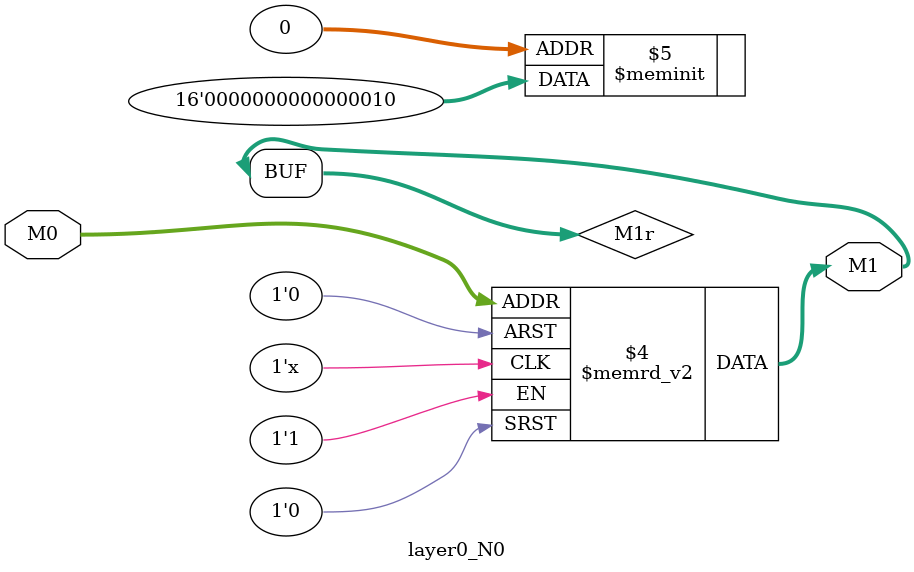
<source format=v>
module layer0_N0 ( input [2:0] M0, output [1:0] M1 );

	(*rom_style = "distributed" *) reg [1:0] M1r;
	assign M1 = M1r;
	always @ (M0) begin
		case (M0)
			3'b000: M1r = 2'b10;
			3'b100: M1r = 2'b00;
			3'b010: M1r = 2'b00;
			3'b110: M1r = 2'b00;
			3'b001: M1r = 2'b00;
			3'b101: M1r = 2'b00;
			3'b011: M1r = 2'b00;
			3'b111: M1r = 2'b00;

		endcase
	end
endmodule

</source>
